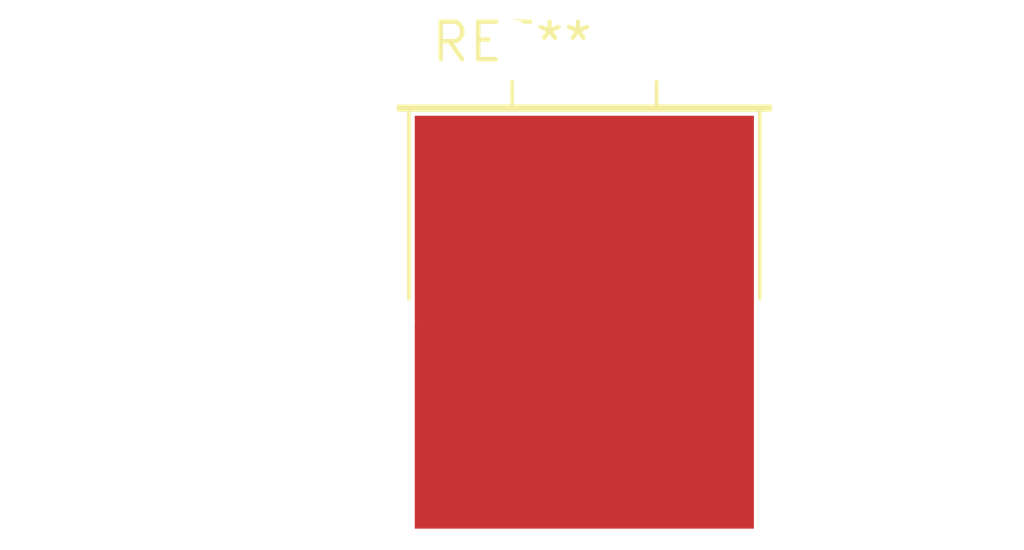
<source format=kicad_pcb>
(kicad_pcb (version 20240108) (generator pcbnew)
  (layers (0 "F.Cu" signal) (31 "B.Cu" signal) (34 "B.Paste" user) (35 "F.Paste" user) (36 "B.SilkS" user "B.Silkscreen") (37 "F.SilkS" user "F.Silkscreen") (38 "B.Mask" user) (39 "F.Mask" user) (44 "Edge.Cuts" user))
  (net 0 "")
  (footprint "Crystal_HC50_Horizontal_1EP_style2" (layer "F.Cu") (at 0 0)
    (property "Reference" "REF**")
    (property "Value" "Crystal_HC50_Horizontal_1EP_style2")
    (fp_line (start -3.85 2.18) (end 8.75 2.18) (layer "F.SilkS") (stroke (width 0.12)))
    (fp_line (start -3.85 2.3) (end -3.85 2.18) (layer "F.SilkS") (stroke (width 0.12)))
    (fp_line (start -3.5 2.3) (end 8.4 2.3) (layer "F.SilkS") (stroke (width 0.12)))
    (fp_line (start -3.5 8.7) (end -3.5 2.3) (layer "F.SilkS") (stroke (width 0.12)))
    (fp_line (start 0 1.35) (end 0 1.35) (layer "F.SilkS") (stroke (width 0.12)))
    (fp_line (start 0 2.3) (end 0 1.35) (layer "F.SilkS") (stroke (width 0.12)))
    (fp_line (start 4.9 1.35) (end 4.9 1.35) (layer "F.SilkS") (stroke (width 0.12)))
    (fp_line (start 4.9 2.3) (end 4.9 1.35) (layer "F.SilkS") (stroke (width 0.12)))
    (fp_line (start 8.4 2.3) (end 8.4 8.7) (layer "F.SilkS") (stroke (width 0.12)))
    (fp_line (start 8.75 2.18) (end 8.75 2.3) (layer "F.SilkS") (stroke (width 0.12)))
    (fp_line (start 8.75 2.3) (end -3.85 2.3) (layer "F.SilkS") (stroke (width 0.12)))
    (pad "1" thru_hole circle (at 0 0) (size 2.3 2.3) (drill 1.5) (layers *.Cu *.Mask) (remove_unused_layers))
    (pad "2" thru_hole circle (at 4.9 0) (size 2.3 2.3) (drill 1.5) (layers *.Cu *.Mask) (remove_unused_layers))
    (pad "3" thru_hole rect (at -3.7 9.5) (size 1.2 1.2) (drill 0.8) (layers *.Cu *.Mask) (remove_unused_layers))
    (pad "3" smd rect (at 2.45 9.5) (size 11.5 14) (layers "F.Cu" "F.Paste" "F.Mask"))
    (pad "3" thru_hole rect (at 8.6 9.5) (size 1.2 1.2) (drill 0.8) (layers *.Cu *.Mask) (remove_unused_layers))
  )
)
</source>
